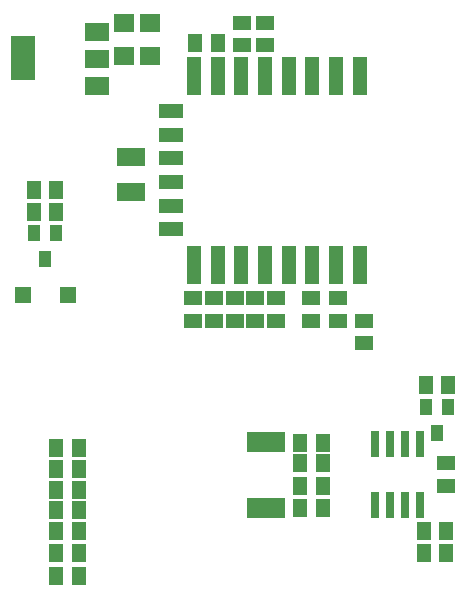
<source format=gbr>
G04 EAGLE Gerber X2 export*
G75*
%MOIN*%
%FSLAX25Y25*%
%LPD*%
%AMOC8*
5,1,8,0,0,1.08239X$1,22.5*%
G01*
%ADD10R,0.051181X0.059055*%
%ADD11R,0.070866X0.062992*%
%ADD12R,0.094488X0.062992*%
%ADD13R,0.055118X0.055118*%
%ADD14R,0.079000X0.059000*%
%ADD15R,0.079000X0.150000*%
%ADD16R,0.039370X0.055118*%
%ADD17R,0.125984X0.070866*%
%ADD18R,0.059055X0.051181*%
%ADD19R,0.050000X0.125000*%
%ADD20R,0.080000X0.050000*%
%ADD21R,0.028000X0.086614*%


D10*
X24990Y40000D03*
X17510Y40000D03*
D11*
X40000Y224262D03*
X40000Y213238D03*
D10*
X106240Y70000D03*
X98760Y70000D03*
D12*
X42500Y167844D03*
X42500Y179656D03*
D10*
X106240Y84375D03*
X98760Y84375D03*
X140010Y47500D03*
X147490Y47500D03*
X140010Y55000D03*
X147490Y55000D03*
D11*
X48750Y224262D03*
X48750Y213238D03*
D13*
X21230Y133750D03*
X6270Y133750D03*
D14*
X31150Y221400D03*
X31150Y212400D03*
X31150Y203400D03*
D15*
X6350Y212500D03*
D16*
X13750Y145669D03*
X17490Y154331D03*
X10010Y154331D03*
X144375Y87544D03*
X148115Y96206D03*
X140635Y96206D03*
D10*
X98760Y77500D03*
X106240Y77500D03*
D17*
X87500Y84774D03*
X87500Y62726D03*
D18*
X76875Y125010D03*
X76875Y132490D03*
X70000Y125010D03*
X70000Y132490D03*
X63125Y132490D03*
X63125Y125010D03*
X83750Y132490D03*
X83750Y125010D03*
X147500Y70010D03*
X147500Y77490D03*
D10*
X10010Y161250D03*
X17490Y161250D03*
D18*
X102500Y125010D03*
X102500Y132490D03*
X111250Y125010D03*
X111250Y132490D03*
D10*
X71240Y217500D03*
X63760Y217500D03*
X98760Y62500D03*
X106240Y62500D03*
D18*
X79375Y224365D03*
X79375Y216885D03*
X120000Y124990D03*
X120000Y117510D03*
X86875Y224365D03*
X86875Y216885D03*
D10*
X17490Y168750D03*
X10010Y168750D03*
D18*
X90625Y132490D03*
X90625Y125010D03*
D10*
X140635Y103750D03*
X148115Y103750D03*
X24990Y82500D03*
X17510Y82500D03*
X17510Y75625D03*
X24990Y75625D03*
X24990Y68750D03*
X17510Y68750D03*
X17510Y61875D03*
X24990Y61875D03*
X24990Y55000D03*
X17510Y55000D03*
X17510Y47500D03*
X24990Y47500D03*
D19*
X63406Y143750D03*
X71280Y143750D03*
X79154Y143750D03*
X87028Y143750D03*
X94902Y143750D03*
X102776Y143750D03*
X110650Y143750D03*
X118524Y143750D03*
X63406Y206742D03*
X71280Y206742D03*
X79154Y206742D03*
X87028Y206742D03*
X94902Y206742D03*
X102776Y206742D03*
X110650Y206742D03*
X118524Y206742D03*
D20*
X55531Y155561D03*
X55531Y163435D03*
X55531Y171309D03*
X55531Y179183D03*
X55531Y187057D03*
X55531Y194931D03*
D21*
X138750Y63514D03*
X133750Y63514D03*
X128750Y63514D03*
X123750Y63514D03*
X123750Y83986D03*
X128750Y83986D03*
X133750Y83986D03*
X138750Y83986D03*
M02*

</source>
